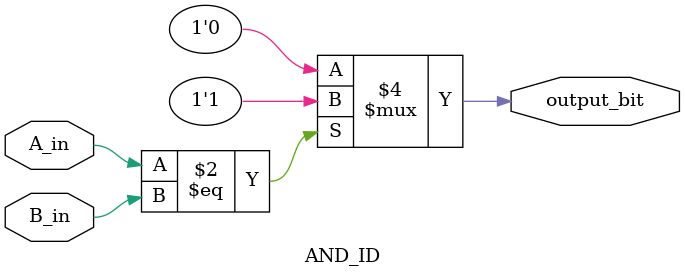
<source format=v>
module AND_ID(output_bit, A_in, B_in);
  output reg output_bit;
  input A_in, B_in;
  
  always @(*) begin
    if(A_in == B_in)begin
      output_bit <= 1'b1;
    end 
  else begin
    output_bit <= 1'b0;
  end 
end 

endmodule

</source>
